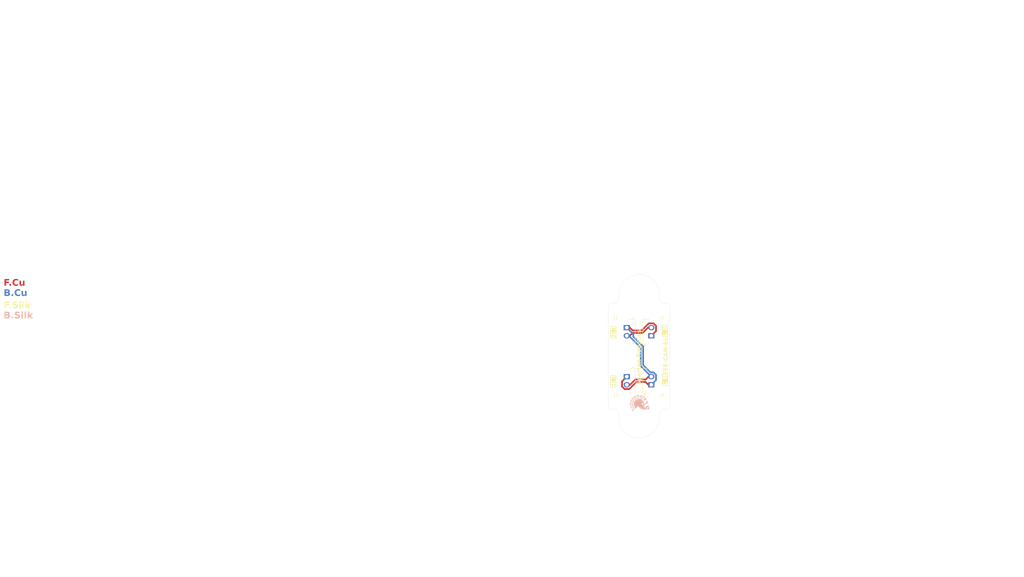
<source format=kicad_pcb>
(kicad_pcb (version 20240108) (generator "pcbnew") (generator_version "8.0")
  (title_block (title "TEE CAN SL") (date "2024-10-12") (rev "R4") (company "971 SPARTAN ROBOTICS"))
  (layers (0 "F.Cu" signal) (31 "B.Cu" signal) (34 "B.Paste" user) (35 "F.Paste" user) (36 "B.SilkS" user "B.Silkscreen") (37 "F.SilkS" user "F.Silkscreen") (38 "B.Mask" user) (39 "F.Mask" user) (44 "Edge.Cuts" user))
  (net 0 "")
  (net 1 "/CAN_L")
  (net 2 "/CAN_H")
  (footprint "Sl-Can:70541-0036" (layer "F.Cu") (at 215.58258 136.163855 90)
    (property "Reference" "J4" (at -3.175 3.429 0) (layer "F.SilkS"))
    (property "Value" "Conn_01x02_Pin" (hide yes))
    (pad "" np_thru_hole circle (at -4.064 0.762 90) (size 3.4036 3.4036) (drill 3.4036) (layers "F&B.Cu" "*.Mask"))
    (pad "" np_thru_hole circle (at 6.604 0.762 90) (size 3.4036 3.4036) (drill 3.4036) (layers "F&B.Cu" "*.Mask"))
    (pad "1" thru_hole rect (at 0 0 90) (size 1.6002 1.905) (drill 1.0922) (layers "*.Cu" "*.Mask") (net 1 "/CAN_L"))
    (pad "2" thru_hole oval (at 2.54 0 90) (size 1.6002 1.905) (drill 1.0922) (layers "*.Cu" "*.Mask") (net 2 "/CAN_H"))
  )
  (footprint "MountingHole:MountingHole_2.1mm" (layer "F.Cu") (at 211.77258 146.323855)
    (property "Reference" "H1" (hide yes))
    (property "Value" "MountingHole")
    (pad "" np_thru_hole circle (at 0 0) (size 2.1 2.1) (drill 4.0386) (layers "F&B.Cu" "*.Mask"))
  )
  (footprint "Sl-Can:70541-0036" (layer "F.Cu") (at 215.58258 120.923855 90)
    (property "Reference" "J2" (at 5.588 3.429 0) (layer "F.SilkS"))
    (property "Value" "Conn_01x02_Pin" (hide yes))
    (pad "" np_thru_hole circle (at -4.064 0.762 90) (size 3.4036 3.4036) (drill 3.4036) (layers "F&B.Cu" "*.Mask"))
    (pad "" np_thru_hole circle (at 6.604 0.762 90) (size 3.4036 3.4036) (drill 3.4036) (layers "F&B.Cu" "*.Mask"))
    (pad "1" thru_hole rect (at 0 0 90) (size 1.6002 1.905) (drill 1.0922) (layers "*.Cu" "*.Mask") (net 1 "/CAN_L"))
    (pad "2" thru_hole oval (at 2.54 0 90) (size 1.6002 1.905) (drill 1.0922) (layers "*.Cu" "*.Mask") (net 2 "/CAN_H"))
  )
  (footprint "MountingHole:MountingHole_2.1mm" (layer "F.Cu") (at 211.77258 108.223855)
    (property "Reference" "H2" (hide yes))
    (property "Value" "MountingHole")
    (pad "" np_thru_hole circle (at 0 0) (size 2.1 2.1) (drill 4.0386) (layers "F&B.Cu" "*.Mask"))
  )
  (footprint "Sl-Can:70541-0036" (layer "F.Cu") (at 207.96258 133.623855 -90)
    (property "Reference" "J3" (at 5.715 3.302 0) (layer "F.SilkS"))
    (property "Value" "Conn_01x02_Pin" (hide yes))
    (pad "" np_thru_hole circle (at -4.064 0.762 270) (size 3.4036 3.4036) (drill 3.4036) (layers "F&B.Cu" "*.Mask"))
    (pad "" np_thru_hole circle (at 6.604 0.762 270) (size 3.4036 3.4036) (drill 3.4036) (layers "F&B.Cu" "*.Mask"))
    (pad "1" thru_hole rect (at 0 0 270) (size 1.6002 1.905) (drill 1.0922) (layers "*.Cu" "*.Mask") (net 1 "/CAN_L"))
    (pad "2" thru_hole oval (at 2.54 0 270) (size 1.6002 1.905) (drill 1.0922) (layers "*.Cu" "*.Mask") (net 2 "/CAN_H"))
  )
  (footprint "Sl-Can:70541-0036" (layer "F.Cu") (at 207.96258 118.383855 -90)
    (property "Reference" "J1" (at -3.048 3.429 180) (layer "F.SilkS"))
    (property "Value" "Conn_01x02_Pin" (hide yes))
    (pad "" np_thru_hole circle (at -4.064 0.762 270) (size 3.4036 3.4036) (drill 3.4036) (layers "F&B.Cu" "*.Mask"))
    (pad "" np_thru_hole circle (at 6.604 0.762 270) (size 3.4036 3.4036) (drill 3.4036) (layers "F&B.Cu" "*.Mask"))
    (pad "1" thru_hole rect (at 0 0 270) (size 1.6002 1.905) (drill 1.0922) (layers "*.Cu" "*.Mask") (net 1 "/CAN_L"))
    (pad "2" thru_hole oval (at 2.54 0 270) (size 1.6002 1.905) (drill 1.0922) (layers "*.Cu" "*.Mask") (net 2 "/CAN_H"))
  )
  (footprint "LOGO" (layer "B.Cu") (at 211.78158 113.077855 180)
    (property "Reference" "G***" (hide yes))
    (property "Value" "LOGO" (hide yes))
  )
  (footprint "LOGO" (layer "B.Cu") (at 211.70358 141.770855 -170)
    (property "Reference" "G***" (hide yes))
    (property "Value" "LOGO" (hide yes))
  )
  (gr_arc (start 203.51758 143.783855) (mid 202.619554 143.411881) (end 202.24758 142.513855) (stroke (width 0.05)) (layer "Edge.Cuts"))
  (gr_line (start 204.15258 110.763855) (end 203.51758 110.763855) (stroke (width 0.05)) (layer "Edge.Cuts"))
  (gr_line (start 204.15258 143.783855) (end 203.51758 143.783855) (stroke (width 0.05)) (layer "Edge.Cuts"))
  (gr_arc (start 218.12258 145.053855) (mid 218.494554 144.155829) (end 219.39258 143.783855) (stroke (width 0.05)) (layer "Edge.Cuts"))
  (gr_arc (start 205.42258 108.223855) (mid 211.77258 101.873855) (end 218.12258 108.223855) (stroke (width 0.05)) (layer "Edge.Cuts"))
  (gr_line (start 219.39258 110.763855) (end 220.02758 110.763855) (stroke (width 0.05)) (layer "Edge.Cuts"))
  (gr_line (start 202.24758 112.033855) (end 202.24758 142.513855) (stroke (width 0.05)) (layer "Edge.Cuts"))
  (gr_line (start 218.12258 108.223855) (end 218.12258 109.493855) (stroke (width 0.05)) (layer "Edge.Cuts"))
  (gr_arc (start 205.42258 109.493855) (mid 205.050606 110.391881) (end 204.15258 110.763855) (stroke (width 0.05)) (layer "Edge.Cuts"))
  (gr_arc (start 202.24758 112.033855) (mid 202.619554 111.135829) (end 203.51758 110.763855) (stroke (width 0.05)) (layer "Edge.Cuts"))
  (gr_line (start 219.39258 143.783855) (end 220.02758 143.783855) (stroke (width 0.05)) (layer "Edge.Cuts"))
  (gr_line (start 221.29758 112.033855) (end 221.29758 142.513855) (stroke (width 0.05)) (layer "Edge.Cuts"))
  (gr_arc (start 219.39258 110.763855) (mid 218.494554 110.391881) (end 218.12258 109.493855) (stroke (width 0.05)) (layer "Edge.Cuts"))
  (gr_arc (start 221.29758 142.513855) (mid 220.925606 143.411881) (end 220.02758 143.783855) (stroke (width 0.05)) (layer "Edge.Cuts"))
  (gr_line (start 205.42258 108.223855) (end 205.42258 109.493855) (stroke (width 0.05)) (layer "Edge.Cuts"))
  (gr_arc (start 204.15258 143.783855) (mid 205.050606 144.155829) (end 205.42258 145.053855) (stroke (width 0.05)) (layer "Edge.Cuts"))
  (gr_line (start 218.12258 146.323855) (end 218.12258 145.053855) (stroke (width 0.05)) (layer "Edge.Cuts"))
  (gr_arc (start 220.02758 110.763855) (mid 220.925606 111.135829) (end 221.29758 112.033855) (stroke (width 0.05)) (layer "Edge.Cuts"))
  (gr_line (start 205.42258 146.323855) (end 205.42258 145.053855) (stroke (width 0.05)) (layer "Edge.Cuts"))
  (gr_arc (start 218.12258 146.323855) (mid 211.77258 152.673855) (end 205.42258 146.323855) (stroke (width 0.05)) (layer "Edge.Cuts"))
  (gr_text "F.Cu\n" (at 14.2748 105.7148 0) (layer "F.Cu") (effects (font (size 2.032 2.032) (thickness 0.3) (bold yes)) (justify left bottom)))
  (gr_text "B.Cu\n" (at 14.2748 108.8898 0) (layer "B.Cu") (effects (font (size 2.032 2.032) (thickness 0.3) (bold yes)) (justify left bottom)))
  (gr_text "B.Silk" (at 14.2748 115.8748 0) (layer "B.SilkS") (effects (font (size 2.032 2.032) (thickness 0.3) (bold yes)) (justify left bottom)))
  (gr_text "L H\n" (at 220.86578 121.325209 90) (layer "F.SilkS" knockout) (effects (font (size 1.5 1.5) (thickness 0.3) (bold yes)) (justify left bottom)))
  (gr_text "Spartan Robotics " (at 212.53458 127.273855 90) (layer "F.SilkS") (effects (font (size 1.27 1.27) (thickness 0.2286) (bold yes)) (justify bottom)))
  (gr_text "TEE-CAN-SL\n" (at 220.86578 127.273855 90) (layer "F.SilkS") (effects (font (size 1.27 1.27) (thickness 0.2286) (bold yes)) (justify bottom)))
  (gr_text "L H\n" (at 202.75558 117.982502 -90) (layer "F.SilkS" knockout) (effects (font (size 1.5 1.5) (thickness 0.3) (bold yes)) (justify left bottom)))
  (gr_text "F.Silk" (at 14.2748 112.6998 0) (layer "F.SilkS") (effects (font (size 2.032 2.032) (thickness 0.3) (bold yes)) (justify left bottom)))
  (gr_text "L H\n" (at 220.86578 136.565209 90) (layer "F.SilkS" knockout) (effects (font (size 1.5 1.5) (thickness 0.3) (bold yes)) (justify left bottom)))
  (gr_text "L H\n" (at 202.75558 133.222502 -90) (layer "F.SilkS" knockout) (effects (font (size 1.5 1.5) (thickness 0.3) (bold yes)) (justify left bottom)))
  (segment (start 207.268347 137.471955) (end 208.74811 137.471955) (width 0.508) (layer "F.Cu") (net 1))
  (segment (start 206.50208 136.705688) (end 207.268347 137.471955) (width 0.508) (layer "F.Cu") (net 1))
  (segment (start 207.96258 133.623855) (end 206.50208 135.084355) (width 0.508) (layer "F.Cu") (net 1))
  (segment (start 217.04308 119.463355) (end 217.04308 117.842022) (width 0.508) (layer "F.Cu") (net 1))
  (segment (start 214.66818 136.163855) (end 215.58258 136.163855) (width 0.508) (layer "F.Cu") (net 1))
  (segment (start 214.79705 117.075755) (end 212.59995 119.272855) (width 0.508) (layer "F.Cu") (net 1))
  (segment (start 216.276813 117.075755) (end 214.79705 117.075755) (width 0.508) (layer "F.Cu") (net 1))
  (segment (start 212.59995 119.272855) (end 209.79138 119.272855) (width 0.508) (layer "F.Cu") (net 1))
  (segment (start 208.90238 118.383855) (end 207.96258 118.383855) (width 0.508) (layer "F.Cu") (net 1))
  (segment (start 209.79138 119.272855) (end 208.90238 118.383855) (width 0.508) (layer "F.Cu") (net 1))
  (segment (start 206.50208 135.084355) (end 206.50208 136.705688) (width 0.508) (layer "F.Cu") (net 1))
  (segment (start 210.94521 135.274855) (end 213.77918 135.274855) (width 0.508) (layer "F.Cu") (net 1))
  (segment (start 217.04308 117.842022) (end 216.276813 117.075755) (width 0.508) (layer "F.Cu") (net 1))
  (segment (start 208.74811 137.471955) (end 210.94521 135.274855) (width 0.508) (layer "F.Cu") (net 1))
  (segment (start 213.77918 135.274855) (end 214.66818 136.163855) (width 0.508) (layer "F.Cu") (net 1))
  (segment (start 215.58258 120.923855) (end 217.04308 119.463355) (width 0.508) (layer "F.Cu") (net 1))
  (segment (start 209.96918 121.177855) (end 209.96918 120.390455) (width 0.508) (layer "B.Cu") (net 1))
  (segment (start 209.96918 120.390455) (end 207.96258 118.383855) (width 0.508) (layer "B.Cu") (net 1))
  (segment (start 217.04308 133.082022) (end 216.276813 132.315755) (width 0.508) (layer "B.Cu") (net 1))
  (segment (start 215.58258 136.163855) (end 217.04308 134.703355) (width 0.508) (layer "B.Cu") (net 1))
  (segment (start 213.04258 130.006225) (end 213.04258 124.251255) (width 0.508) (layer "B.Cu") (net 1))
  (segment (start 213.04258 124.251255) (end 209.96918 121.177855) (width 0.508) (layer "B.Cu") (net 1))
  (segment (start 215.35211 132.315755) (end 213.04258 130.006225) (width 0.508) (layer "B.Cu") (net 1))
  (segment (start 216.276813 132.315755) (end 215.35211 132.315755) (width 0.508) (layer "B.Cu") (net 1))
  (segment (start 217.04308 134.703355) (end 217.04308 133.082022) (width 0.508) (layer "B.Cu") (net 1))
  (segment (start 215.58258 118.383855) (end 214.56658 118.383855) (width 0.508) (layer "F.Cu") (net 2))
  (segment (start 207.96258 136.163855) (end 208.97858 136.163855) (width 0.508) (layer "F.Cu") (net 2))
  (segment (start 208.87698 120.923855) (end 207.96258 120.923855) (width 0.508) (layer "F.Cu") (net 2))
  (segment (start 214.71898 133.623855) (end 215.58258 133.623855) (width 0.508) (layer "F.Cu") (net 2))
  (segment (start 208.97858 136.163855) (end 210.62958 134.512855) (width 0.508) (layer "F.Cu") (net 2))
  (segment (start 212.91558 120.034855) (end 209.76598 120.034855) (width 0.508) (layer "F.Cu") (net 2))
  (segment (start 210.62958 134.512855) (end 213.82998 134.512855) (width 0.508) (layer "F.Cu") (net 2))
  (segment (start 209.76598 120.034855) (end 208.87698 120.923855) (width 0.508) (layer "F.Cu") (net 2))
  (segment (start 213.82998 134.512855) (end 214.71898 133.623855) (width 0.508) (layer "F.Cu") (net 2))
  (segment (start 214.56658 118.383855) (end 212.91558 120.034855) (width 0.508) (layer "F.Cu") (net 2))
  (segment (start 212.28058 124.581455) (end 208.62298 120.923855) (width 0.508) (layer "B.Cu") (net 2))
  (segment (start 208.62298 120.923855) (end 207.96258 120.923855) (width 0.508) (layer "B.Cu") (net 2))
  (segment (start 215.58258 133.623855) (end 212.28058 130.321855) (width 0.508) (layer "B.Cu") (net 2))
  (segment (start 212.28058 130.321855) (end 212.28058 124.581455) (width 0.508) (layer "B.Cu") (net 2))
)
</source>
